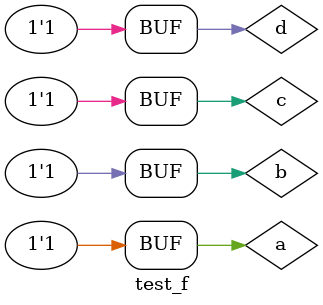
<source format=v>

module f ( output s, input a, input b, input c, input d );
 assign s = (~a & ~b & ~c & ~d) |
             (~a & ~b & ~c & d) |
             (~a & ~b & c & ~d) |
             (~a & ~b & c & d) |
             (~a & b & ~c & d) |
             (a & ~b & ~c & ~d) |
             (a & b & ~c & d);
endmodule 

module test_f;
// ------------------------- definir dados
reg a;
reg b;
reg c;
reg d;
wire s;
f modulof ( s, a, b, c, d );
// ------------------------- parte principal
initial
begin : main
$display("Test module");
$display("   a    b    c    d |    s");
// projetar testes do modulo
$monitor("%4b %4b %4b %4b | %4b", a, b, c, d, s);
a = 1'b0; b = 1'b0; c = 1'b0; d = 1'b0;
#1 a = 1'b0; b = 1'b0; c = 1'b0; d = 1'b1;
#1 a = 1'b0; b = 1'b0; c = 1'b1; d = 1'b0;
#1 a = 1'b0; b = 1'b0; c = 1'b1; d = 1'b1;
#1 a = 1'b0; b = 1'b1; c = 1'b0; d = 1'b0;
#1 a = 1'b0; b = 1'b1; c = 1'b0; d = 1'b1;
#1 a = 1'b0; b = 1'b1; c = 1'b1; d = 1'b0;
#1 a = 1'b0; b = 1'b1; c = 1'b1; d = 1'b1;
#1 a = 1'b1; b = 1'b0; c = 1'b0; d = 1'b0;
#1 a = 1'b1; b = 1'b0; c = 1'b0; d = 1'b1;
#1 a = 1'b1; b = 1'b0; c = 1'b1; d = 1'b0;
#1 a = 1'b1; b = 1'b0; c = 1'b1; d = 1'b1;
#1 a = 1'b1; b = 1'b1; c = 1'b0; d = 1'b0;
#1 a = 1'b1; b = 1'b1; c = 1'b0; d = 1'b1;
#1 a = 1'b1; b = 1'b1; c = 1'b1; d = 1'b0;
#1 a = 1'b1; b = 1'b1; c = 1'b1; d = 1'b1;
end
endmodule // test_f5

/*
Test module
   a    b    c    d |    s
   0    0    0    0 |    1
   0    0    0    1 |    1
   0    0    1    0 |    1
   0    0    1    1 |    1
   0    1    0    0 |    0
   0    1    0    1 |    1
   0    1    1    0 |    0
   0    1    1    1 |    0
   1    0    0    0 |    1
   1    0    0    1 |    0
   1    0    1    0 |    0
   1    0    1    1 |    0
   1    1    0    0 |    0
   1    1    0    1 |    1
   1    1    1    0 |    0
   1    1    1    1 |    0
*/
</source>
